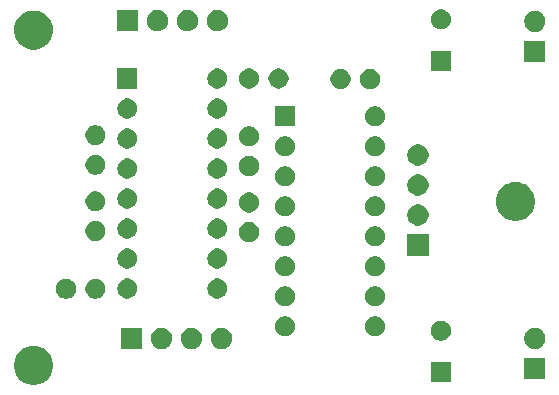
<source format=gbr>
G04 #@! TF.GenerationSoftware,KiCad,Pcbnew,(5.1.5)-3*
G04 #@! TF.CreationDate,2020-05-24T13:05:40-07:00*
G04 #@! TF.ProjectId,DAgostinoZach_L6,4441676f-7374-4696-9e6f-5a6163685f4c,rev?*
G04 #@! TF.SameCoordinates,Original*
G04 #@! TF.FileFunction,Soldermask,Bot*
G04 #@! TF.FilePolarity,Negative*
%FSLAX46Y46*%
G04 Gerber Fmt 4.6, Leading zero omitted, Abs format (unit mm)*
G04 Created by KiCad (PCBNEW (5.1.5)-3) date 2020-05-24 13:05:40*
%MOMM*%
%LPD*%
G04 APERTURE LIST*
%ADD10C,0.100000*%
G04 APERTURE END LIST*
D10*
G36*
X100525256Y-77141298D02*
G01*
X100631579Y-77162447D01*
X100932042Y-77286903D01*
X101202451Y-77467585D01*
X101432415Y-77697549D01*
X101613097Y-77967958D01*
X101737553Y-78268421D01*
X101801000Y-78587391D01*
X101801000Y-78912609D01*
X101737553Y-79231579D01*
X101613097Y-79532042D01*
X101432415Y-79802451D01*
X101202451Y-80032415D01*
X100932042Y-80213097D01*
X100631579Y-80337553D01*
X100525256Y-80358702D01*
X100312611Y-80401000D01*
X99987389Y-80401000D01*
X99774744Y-80358702D01*
X99668421Y-80337553D01*
X99367958Y-80213097D01*
X99097549Y-80032415D01*
X98867585Y-79802451D01*
X98686903Y-79532042D01*
X98562447Y-79231579D01*
X98499000Y-78912609D01*
X98499000Y-78587391D01*
X98562447Y-78268421D01*
X98686903Y-77967958D01*
X98867585Y-77697549D01*
X99097549Y-77467585D01*
X99367958Y-77286903D01*
X99668421Y-77162447D01*
X99774744Y-77141298D01*
X99987389Y-77099000D01*
X100312611Y-77099000D01*
X100525256Y-77141298D01*
G37*
G36*
X135501000Y-80151000D02*
G01*
X133799000Y-80151000D01*
X133799000Y-78449000D01*
X135501000Y-78449000D01*
X135501000Y-80151000D01*
G37*
G36*
X143501000Y-79901000D02*
G01*
X141699000Y-79901000D01*
X141699000Y-78099000D01*
X143501000Y-78099000D01*
X143501000Y-79901000D01*
G37*
G36*
X142713512Y-75563927D02*
G01*
X142862812Y-75593624D01*
X143026784Y-75661544D01*
X143174354Y-75760147D01*
X143299853Y-75885646D01*
X143398456Y-76033216D01*
X143466376Y-76197188D01*
X143501000Y-76371259D01*
X143501000Y-76548741D01*
X143466376Y-76722812D01*
X143398456Y-76886784D01*
X143299853Y-77034354D01*
X143174354Y-77159853D01*
X143026784Y-77258456D01*
X142862812Y-77326376D01*
X142713512Y-77356073D01*
X142688742Y-77361000D01*
X142511258Y-77361000D01*
X142486488Y-77356073D01*
X142337188Y-77326376D01*
X142173216Y-77258456D01*
X142025646Y-77159853D01*
X141900147Y-77034354D01*
X141801544Y-76886784D01*
X141733624Y-76722812D01*
X141699000Y-76548741D01*
X141699000Y-76371259D01*
X141733624Y-76197188D01*
X141801544Y-76033216D01*
X141900147Y-75885646D01*
X142025646Y-75760147D01*
X142173216Y-75661544D01*
X142337188Y-75593624D01*
X142486488Y-75563927D01*
X142511258Y-75559000D01*
X142688742Y-75559000D01*
X142713512Y-75563927D01*
G37*
G36*
X113643512Y-75553927D02*
G01*
X113792812Y-75583624D01*
X113956784Y-75651544D01*
X114104354Y-75750147D01*
X114229853Y-75875646D01*
X114328456Y-76023216D01*
X114396376Y-76187188D01*
X114426073Y-76336488D01*
X114431000Y-76361258D01*
X114431000Y-76538742D01*
X114426073Y-76563512D01*
X114396376Y-76712812D01*
X114328456Y-76876784D01*
X114229853Y-77024354D01*
X114104354Y-77149853D01*
X113956784Y-77248456D01*
X113792812Y-77316376D01*
X113643512Y-77346073D01*
X113618742Y-77351000D01*
X113441258Y-77351000D01*
X113416488Y-77346073D01*
X113267188Y-77316376D01*
X113103216Y-77248456D01*
X112955646Y-77149853D01*
X112830147Y-77024354D01*
X112731544Y-76876784D01*
X112663624Y-76712812D01*
X112633927Y-76563512D01*
X112629000Y-76538742D01*
X112629000Y-76361258D01*
X112633927Y-76336488D01*
X112663624Y-76187188D01*
X112731544Y-76023216D01*
X112830147Y-75875646D01*
X112955646Y-75750147D01*
X113103216Y-75651544D01*
X113267188Y-75583624D01*
X113416488Y-75553927D01*
X113441258Y-75549000D01*
X113618742Y-75549000D01*
X113643512Y-75553927D01*
G37*
G36*
X116183512Y-75553927D02*
G01*
X116332812Y-75583624D01*
X116496784Y-75651544D01*
X116644354Y-75750147D01*
X116769853Y-75875646D01*
X116868456Y-76023216D01*
X116936376Y-76187188D01*
X116966073Y-76336488D01*
X116971000Y-76361258D01*
X116971000Y-76538742D01*
X116966073Y-76563512D01*
X116936376Y-76712812D01*
X116868456Y-76876784D01*
X116769853Y-77024354D01*
X116644354Y-77149853D01*
X116496784Y-77248456D01*
X116332812Y-77316376D01*
X116183512Y-77346073D01*
X116158742Y-77351000D01*
X115981258Y-77351000D01*
X115956488Y-77346073D01*
X115807188Y-77316376D01*
X115643216Y-77248456D01*
X115495646Y-77149853D01*
X115370147Y-77024354D01*
X115271544Y-76876784D01*
X115203624Y-76712812D01*
X115173927Y-76563512D01*
X115169000Y-76538742D01*
X115169000Y-76361258D01*
X115173927Y-76336488D01*
X115203624Y-76187188D01*
X115271544Y-76023216D01*
X115370147Y-75875646D01*
X115495646Y-75750147D01*
X115643216Y-75651544D01*
X115807188Y-75583624D01*
X115956488Y-75553927D01*
X115981258Y-75549000D01*
X116158742Y-75549000D01*
X116183512Y-75553927D01*
G37*
G36*
X111103512Y-75553927D02*
G01*
X111252812Y-75583624D01*
X111416784Y-75651544D01*
X111564354Y-75750147D01*
X111689853Y-75875646D01*
X111788456Y-76023216D01*
X111856376Y-76187188D01*
X111886073Y-76336488D01*
X111891000Y-76361258D01*
X111891000Y-76538742D01*
X111886073Y-76563512D01*
X111856376Y-76712812D01*
X111788456Y-76876784D01*
X111689853Y-77024354D01*
X111564354Y-77149853D01*
X111416784Y-77248456D01*
X111252812Y-77316376D01*
X111103512Y-77346073D01*
X111078742Y-77351000D01*
X110901258Y-77351000D01*
X110876488Y-77346073D01*
X110727188Y-77316376D01*
X110563216Y-77248456D01*
X110415646Y-77149853D01*
X110290147Y-77024354D01*
X110191544Y-76876784D01*
X110123624Y-76712812D01*
X110093927Y-76563512D01*
X110089000Y-76538742D01*
X110089000Y-76361258D01*
X110093927Y-76336488D01*
X110123624Y-76187188D01*
X110191544Y-76023216D01*
X110290147Y-75875646D01*
X110415646Y-75750147D01*
X110563216Y-75651544D01*
X110727188Y-75583624D01*
X110876488Y-75553927D01*
X110901258Y-75549000D01*
X111078742Y-75549000D01*
X111103512Y-75553927D01*
G37*
G36*
X109351000Y-77351000D02*
G01*
X107549000Y-77351000D01*
X107549000Y-75549000D01*
X109351000Y-75549000D01*
X109351000Y-77351000D01*
G37*
G36*
X134898228Y-74981703D02*
G01*
X135053100Y-75045853D01*
X135192481Y-75138985D01*
X135311015Y-75257519D01*
X135404147Y-75396900D01*
X135468297Y-75551772D01*
X135501000Y-75716184D01*
X135501000Y-75883816D01*
X135468297Y-76048228D01*
X135404147Y-76203100D01*
X135311015Y-76342481D01*
X135192481Y-76461015D01*
X135053100Y-76554147D01*
X134898228Y-76618297D01*
X134733816Y-76651000D01*
X134566184Y-76651000D01*
X134401772Y-76618297D01*
X134246900Y-76554147D01*
X134107519Y-76461015D01*
X133988985Y-76342481D01*
X133895853Y-76203100D01*
X133831703Y-76048228D01*
X133799000Y-75883816D01*
X133799000Y-75716184D01*
X133831703Y-75551772D01*
X133895853Y-75396900D01*
X133988985Y-75257519D01*
X134107519Y-75138985D01*
X134246900Y-75045853D01*
X134401772Y-74981703D01*
X134566184Y-74949000D01*
X134733816Y-74949000D01*
X134898228Y-74981703D01*
G37*
G36*
X121698228Y-74611703D02*
G01*
X121853100Y-74675853D01*
X121992481Y-74768985D01*
X122111015Y-74887519D01*
X122204147Y-75026900D01*
X122268297Y-75181772D01*
X122301000Y-75346184D01*
X122301000Y-75513816D01*
X122268297Y-75678228D01*
X122204147Y-75833100D01*
X122111015Y-75972481D01*
X121992481Y-76091015D01*
X121853100Y-76184147D01*
X121698228Y-76248297D01*
X121533816Y-76281000D01*
X121366184Y-76281000D01*
X121201772Y-76248297D01*
X121046900Y-76184147D01*
X120907519Y-76091015D01*
X120788985Y-75972481D01*
X120695853Y-75833100D01*
X120631703Y-75678228D01*
X120599000Y-75513816D01*
X120599000Y-75346184D01*
X120631703Y-75181772D01*
X120695853Y-75026900D01*
X120788985Y-74887519D01*
X120907519Y-74768985D01*
X121046900Y-74675853D01*
X121201772Y-74611703D01*
X121366184Y-74579000D01*
X121533816Y-74579000D01*
X121698228Y-74611703D01*
G37*
G36*
X129318228Y-74611703D02*
G01*
X129473100Y-74675853D01*
X129612481Y-74768985D01*
X129731015Y-74887519D01*
X129824147Y-75026900D01*
X129888297Y-75181772D01*
X129921000Y-75346184D01*
X129921000Y-75513816D01*
X129888297Y-75678228D01*
X129824147Y-75833100D01*
X129731015Y-75972481D01*
X129612481Y-76091015D01*
X129473100Y-76184147D01*
X129318228Y-76248297D01*
X129153816Y-76281000D01*
X128986184Y-76281000D01*
X128821772Y-76248297D01*
X128666900Y-76184147D01*
X128527519Y-76091015D01*
X128408985Y-75972481D01*
X128315853Y-75833100D01*
X128251703Y-75678228D01*
X128219000Y-75513816D01*
X128219000Y-75346184D01*
X128251703Y-75181772D01*
X128315853Y-75026900D01*
X128408985Y-74887519D01*
X128527519Y-74768985D01*
X128666900Y-74675853D01*
X128821772Y-74611703D01*
X128986184Y-74579000D01*
X129153816Y-74579000D01*
X129318228Y-74611703D01*
G37*
G36*
X129318228Y-72071703D02*
G01*
X129473100Y-72135853D01*
X129612481Y-72228985D01*
X129731015Y-72347519D01*
X129824147Y-72486900D01*
X129888297Y-72641772D01*
X129921000Y-72806184D01*
X129921000Y-72973816D01*
X129888297Y-73138228D01*
X129824147Y-73293100D01*
X129731015Y-73432481D01*
X129612481Y-73551015D01*
X129473100Y-73644147D01*
X129318228Y-73708297D01*
X129153816Y-73741000D01*
X128986184Y-73741000D01*
X128821772Y-73708297D01*
X128666900Y-73644147D01*
X128527519Y-73551015D01*
X128408985Y-73432481D01*
X128315853Y-73293100D01*
X128251703Y-73138228D01*
X128219000Y-72973816D01*
X128219000Y-72806184D01*
X128251703Y-72641772D01*
X128315853Y-72486900D01*
X128408985Y-72347519D01*
X128527519Y-72228985D01*
X128666900Y-72135853D01*
X128821772Y-72071703D01*
X128986184Y-72039000D01*
X129153816Y-72039000D01*
X129318228Y-72071703D01*
G37*
G36*
X121698228Y-72071703D02*
G01*
X121853100Y-72135853D01*
X121992481Y-72228985D01*
X122111015Y-72347519D01*
X122204147Y-72486900D01*
X122268297Y-72641772D01*
X122301000Y-72806184D01*
X122301000Y-72973816D01*
X122268297Y-73138228D01*
X122204147Y-73293100D01*
X122111015Y-73432481D01*
X121992481Y-73551015D01*
X121853100Y-73644147D01*
X121698228Y-73708297D01*
X121533816Y-73741000D01*
X121366184Y-73741000D01*
X121201772Y-73708297D01*
X121046900Y-73644147D01*
X120907519Y-73551015D01*
X120788985Y-73432481D01*
X120695853Y-73293100D01*
X120631703Y-73138228D01*
X120599000Y-72973816D01*
X120599000Y-72806184D01*
X120631703Y-72641772D01*
X120695853Y-72486900D01*
X120788985Y-72347519D01*
X120907519Y-72228985D01*
X121046900Y-72135853D01*
X121201772Y-72071703D01*
X121366184Y-72039000D01*
X121533816Y-72039000D01*
X121698228Y-72071703D01*
G37*
G36*
X103148228Y-71431703D02*
G01*
X103303100Y-71495853D01*
X103442481Y-71588985D01*
X103561015Y-71707519D01*
X103654147Y-71846900D01*
X103718297Y-72001772D01*
X103751000Y-72166184D01*
X103751000Y-72333816D01*
X103718297Y-72498228D01*
X103654147Y-72653100D01*
X103561015Y-72792481D01*
X103442481Y-72911015D01*
X103303100Y-73004147D01*
X103148228Y-73068297D01*
X102983816Y-73101000D01*
X102816184Y-73101000D01*
X102651772Y-73068297D01*
X102496900Y-73004147D01*
X102357519Y-72911015D01*
X102238985Y-72792481D01*
X102145853Y-72653100D01*
X102081703Y-72498228D01*
X102049000Y-72333816D01*
X102049000Y-72166184D01*
X102081703Y-72001772D01*
X102145853Y-71846900D01*
X102238985Y-71707519D01*
X102357519Y-71588985D01*
X102496900Y-71495853D01*
X102651772Y-71431703D01*
X102816184Y-71399000D01*
X102983816Y-71399000D01*
X103148228Y-71431703D01*
G37*
G36*
X105648228Y-71431703D02*
G01*
X105803100Y-71495853D01*
X105942481Y-71588985D01*
X106061015Y-71707519D01*
X106154147Y-71846900D01*
X106218297Y-72001772D01*
X106251000Y-72166184D01*
X106251000Y-72333816D01*
X106218297Y-72498228D01*
X106154147Y-72653100D01*
X106061015Y-72792481D01*
X105942481Y-72911015D01*
X105803100Y-73004147D01*
X105648228Y-73068297D01*
X105483816Y-73101000D01*
X105316184Y-73101000D01*
X105151772Y-73068297D01*
X104996900Y-73004147D01*
X104857519Y-72911015D01*
X104738985Y-72792481D01*
X104645853Y-72653100D01*
X104581703Y-72498228D01*
X104549000Y-72333816D01*
X104549000Y-72166184D01*
X104581703Y-72001772D01*
X104645853Y-71846900D01*
X104738985Y-71707519D01*
X104857519Y-71588985D01*
X104996900Y-71495853D01*
X105151772Y-71431703D01*
X105316184Y-71399000D01*
X105483816Y-71399000D01*
X105648228Y-71431703D01*
G37*
G36*
X115968228Y-71411703D02*
G01*
X116123100Y-71475853D01*
X116262481Y-71568985D01*
X116381015Y-71687519D01*
X116474147Y-71826900D01*
X116538297Y-71981772D01*
X116571000Y-72146184D01*
X116571000Y-72313816D01*
X116538297Y-72478228D01*
X116474147Y-72633100D01*
X116381015Y-72772481D01*
X116262481Y-72891015D01*
X116123100Y-72984147D01*
X115968228Y-73048297D01*
X115803816Y-73081000D01*
X115636184Y-73081000D01*
X115471772Y-73048297D01*
X115316900Y-72984147D01*
X115177519Y-72891015D01*
X115058985Y-72772481D01*
X114965853Y-72633100D01*
X114901703Y-72478228D01*
X114869000Y-72313816D01*
X114869000Y-72146184D01*
X114901703Y-71981772D01*
X114965853Y-71826900D01*
X115058985Y-71687519D01*
X115177519Y-71568985D01*
X115316900Y-71475853D01*
X115471772Y-71411703D01*
X115636184Y-71379000D01*
X115803816Y-71379000D01*
X115968228Y-71411703D01*
G37*
G36*
X108348228Y-71411703D02*
G01*
X108503100Y-71475853D01*
X108642481Y-71568985D01*
X108761015Y-71687519D01*
X108854147Y-71826900D01*
X108918297Y-71981772D01*
X108951000Y-72146184D01*
X108951000Y-72313816D01*
X108918297Y-72478228D01*
X108854147Y-72633100D01*
X108761015Y-72772481D01*
X108642481Y-72891015D01*
X108503100Y-72984147D01*
X108348228Y-73048297D01*
X108183816Y-73081000D01*
X108016184Y-73081000D01*
X107851772Y-73048297D01*
X107696900Y-72984147D01*
X107557519Y-72891015D01*
X107438985Y-72772481D01*
X107345853Y-72633100D01*
X107281703Y-72478228D01*
X107249000Y-72313816D01*
X107249000Y-72146184D01*
X107281703Y-71981772D01*
X107345853Y-71826900D01*
X107438985Y-71687519D01*
X107557519Y-71568985D01*
X107696900Y-71475853D01*
X107851772Y-71411703D01*
X108016184Y-71379000D01*
X108183816Y-71379000D01*
X108348228Y-71411703D01*
G37*
G36*
X121698228Y-69531703D02*
G01*
X121853100Y-69595853D01*
X121992481Y-69688985D01*
X122111015Y-69807519D01*
X122204147Y-69946900D01*
X122268297Y-70101772D01*
X122301000Y-70266184D01*
X122301000Y-70433816D01*
X122268297Y-70598228D01*
X122204147Y-70753100D01*
X122111015Y-70892481D01*
X121992481Y-71011015D01*
X121853100Y-71104147D01*
X121698228Y-71168297D01*
X121533816Y-71201000D01*
X121366184Y-71201000D01*
X121201772Y-71168297D01*
X121046900Y-71104147D01*
X120907519Y-71011015D01*
X120788985Y-70892481D01*
X120695853Y-70753100D01*
X120631703Y-70598228D01*
X120599000Y-70433816D01*
X120599000Y-70266184D01*
X120631703Y-70101772D01*
X120695853Y-69946900D01*
X120788985Y-69807519D01*
X120907519Y-69688985D01*
X121046900Y-69595853D01*
X121201772Y-69531703D01*
X121366184Y-69499000D01*
X121533816Y-69499000D01*
X121698228Y-69531703D01*
G37*
G36*
X129318228Y-69531703D02*
G01*
X129473100Y-69595853D01*
X129612481Y-69688985D01*
X129731015Y-69807519D01*
X129824147Y-69946900D01*
X129888297Y-70101772D01*
X129921000Y-70266184D01*
X129921000Y-70433816D01*
X129888297Y-70598228D01*
X129824147Y-70753100D01*
X129731015Y-70892481D01*
X129612481Y-71011015D01*
X129473100Y-71104147D01*
X129318228Y-71168297D01*
X129153816Y-71201000D01*
X128986184Y-71201000D01*
X128821772Y-71168297D01*
X128666900Y-71104147D01*
X128527519Y-71011015D01*
X128408985Y-70892481D01*
X128315853Y-70753100D01*
X128251703Y-70598228D01*
X128219000Y-70433816D01*
X128219000Y-70266184D01*
X128251703Y-70101772D01*
X128315853Y-69946900D01*
X128408985Y-69807519D01*
X128527519Y-69688985D01*
X128666900Y-69595853D01*
X128821772Y-69531703D01*
X128986184Y-69499000D01*
X129153816Y-69499000D01*
X129318228Y-69531703D01*
G37*
G36*
X115968228Y-68871703D02*
G01*
X116123100Y-68935853D01*
X116262481Y-69028985D01*
X116381015Y-69147519D01*
X116474147Y-69286900D01*
X116538297Y-69441772D01*
X116571000Y-69606184D01*
X116571000Y-69773816D01*
X116538297Y-69938228D01*
X116474147Y-70093100D01*
X116381015Y-70232481D01*
X116262481Y-70351015D01*
X116123100Y-70444147D01*
X115968228Y-70508297D01*
X115803816Y-70541000D01*
X115636184Y-70541000D01*
X115471772Y-70508297D01*
X115316900Y-70444147D01*
X115177519Y-70351015D01*
X115058985Y-70232481D01*
X114965853Y-70093100D01*
X114901703Y-69938228D01*
X114869000Y-69773816D01*
X114869000Y-69606184D01*
X114901703Y-69441772D01*
X114965853Y-69286900D01*
X115058985Y-69147519D01*
X115177519Y-69028985D01*
X115316900Y-68935853D01*
X115471772Y-68871703D01*
X115636184Y-68839000D01*
X115803816Y-68839000D01*
X115968228Y-68871703D01*
G37*
G36*
X108348228Y-68871703D02*
G01*
X108503100Y-68935853D01*
X108642481Y-69028985D01*
X108761015Y-69147519D01*
X108854147Y-69286900D01*
X108918297Y-69441772D01*
X108951000Y-69606184D01*
X108951000Y-69773816D01*
X108918297Y-69938228D01*
X108854147Y-70093100D01*
X108761015Y-70232481D01*
X108642481Y-70351015D01*
X108503100Y-70444147D01*
X108348228Y-70508297D01*
X108183816Y-70541000D01*
X108016184Y-70541000D01*
X107851772Y-70508297D01*
X107696900Y-70444147D01*
X107557519Y-70351015D01*
X107438985Y-70232481D01*
X107345853Y-70093100D01*
X107281703Y-69938228D01*
X107249000Y-69773816D01*
X107249000Y-69606184D01*
X107281703Y-69441772D01*
X107345853Y-69286900D01*
X107438985Y-69147519D01*
X107557519Y-69028985D01*
X107696900Y-68935853D01*
X107851772Y-68871703D01*
X108016184Y-68839000D01*
X108183816Y-68839000D01*
X108348228Y-68871703D01*
G37*
G36*
X133601000Y-69451000D02*
G01*
X131799000Y-69451000D01*
X131799000Y-67649000D01*
X133601000Y-67649000D01*
X133601000Y-69451000D01*
G37*
G36*
X129318228Y-66991703D02*
G01*
X129473100Y-67055853D01*
X129612481Y-67148985D01*
X129731015Y-67267519D01*
X129824147Y-67406900D01*
X129888297Y-67561772D01*
X129921000Y-67726184D01*
X129921000Y-67893816D01*
X129888297Y-68058228D01*
X129824147Y-68213100D01*
X129731015Y-68352481D01*
X129612481Y-68471015D01*
X129473100Y-68564147D01*
X129318228Y-68628297D01*
X129153816Y-68661000D01*
X128986184Y-68661000D01*
X128821772Y-68628297D01*
X128666900Y-68564147D01*
X128527519Y-68471015D01*
X128408985Y-68352481D01*
X128315853Y-68213100D01*
X128251703Y-68058228D01*
X128219000Y-67893816D01*
X128219000Y-67726184D01*
X128251703Y-67561772D01*
X128315853Y-67406900D01*
X128408985Y-67267519D01*
X128527519Y-67148985D01*
X128666900Y-67055853D01*
X128821772Y-66991703D01*
X128986184Y-66959000D01*
X129153816Y-66959000D01*
X129318228Y-66991703D01*
G37*
G36*
X121698228Y-66991703D02*
G01*
X121853100Y-67055853D01*
X121992481Y-67148985D01*
X122111015Y-67267519D01*
X122204147Y-67406900D01*
X122268297Y-67561772D01*
X122301000Y-67726184D01*
X122301000Y-67893816D01*
X122268297Y-68058228D01*
X122204147Y-68213100D01*
X122111015Y-68352481D01*
X121992481Y-68471015D01*
X121853100Y-68564147D01*
X121698228Y-68628297D01*
X121533816Y-68661000D01*
X121366184Y-68661000D01*
X121201772Y-68628297D01*
X121046900Y-68564147D01*
X120907519Y-68471015D01*
X120788985Y-68352481D01*
X120695853Y-68213100D01*
X120631703Y-68058228D01*
X120599000Y-67893816D01*
X120599000Y-67726184D01*
X120631703Y-67561772D01*
X120695853Y-67406900D01*
X120788985Y-67267519D01*
X120907519Y-67148985D01*
X121046900Y-67055853D01*
X121201772Y-66991703D01*
X121366184Y-66959000D01*
X121533816Y-66959000D01*
X121698228Y-66991703D01*
G37*
G36*
X118648228Y-66631703D02*
G01*
X118803100Y-66695853D01*
X118942481Y-66788985D01*
X119061015Y-66907519D01*
X119154147Y-67046900D01*
X119218297Y-67201772D01*
X119251000Y-67366184D01*
X119251000Y-67533816D01*
X119218297Y-67698228D01*
X119154147Y-67853100D01*
X119061015Y-67992481D01*
X118942481Y-68111015D01*
X118803100Y-68204147D01*
X118648228Y-68268297D01*
X118483816Y-68301000D01*
X118316184Y-68301000D01*
X118151772Y-68268297D01*
X117996900Y-68204147D01*
X117857519Y-68111015D01*
X117738985Y-67992481D01*
X117645853Y-67853100D01*
X117581703Y-67698228D01*
X117549000Y-67533816D01*
X117549000Y-67366184D01*
X117581703Y-67201772D01*
X117645853Y-67046900D01*
X117738985Y-66907519D01*
X117857519Y-66788985D01*
X117996900Y-66695853D01*
X118151772Y-66631703D01*
X118316184Y-66599000D01*
X118483816Y-66599000D01*
X118648228Y-66631703D01*
G37*
G36*
X105648228Y-66531703D02*
G01*
X105803100Y-66595853D01*
X105942481Y-66688985D01*
X106061015Y-66807519D01*
X106154147Y-66946900D01*
X106218297Y-67101772D01*
X106251000Y-67266184D01*
X106251000Y-67433816D01*
X106218297Y-67598228D01*
X106154147Y-67753100D01*
X106061015Y-67892481D01*
X105942481Y-68011015D01*
X105803100Y-68104147D01*
X105648228Y-68168297D01*
X105483816Y-68201000D01*
X105316184Y-68201000D01*
X105151772Y-68168297D01*
X104996900Y-68104147D01*
X104857519Y-68011015D01*
X104738985Y-67892481D01*
X104645853Y-67753100D01*
X104581703Y-67598228D01*
X104549000Y-67433816D01*
X104549000Y-67266184D01*
X104581703Y-67101772D01*
X104645853Y-66946900D01*
X104738985Y-66807519D01*
X104857519Y-66688985D01*
X104996900Y-66595853D01*
X105151772Y-66531703D01*
X105316184Y-66499000D01*
X105483816Y-66499000D01*
X105648228Y-66531703D01*
G37*
G36*
X115968228Y-66331703D02*
G01*
X116123100Y-66395853D01*
X116262481Y-66488985D01*
X116381015Y-66607519D01*
X116474147Y-66746900D01*
X116538297Y-66901772D01*
X116571000Y-67066184D01*
X116571000Y-67233816D01*
X116538297Y-67398228D01*
X116474147Y-67553100D01*
X116381015Y-67692481D01*
X116262481Y-67811015D01*
X116123100Y-67904147D01*
X115968228Y-67968297D01*
X115803816Y-68001000D01*
X115636184Y-68001000D01*
X115471772Y-67968297D01*
X115316900Y-67904147D01*
X115177519Y-67811015D01*
X115058985Y-67692481D01*
X114965853Y-67553100D01*
X114901703Y-67398228D01*
X114869000Y-67233816D01*
X114869000Y-67066184D01*
X114901703Y-66901772D01*
X114965853Y-66746900D01*
X115058985Y-66607519D01*
X115177519Y-66488985D01*
X115316900Y-66395853D01*
X115471772Y-66331703D01*
X115636184Y-66299000D01*
X115803816Y-66299000D01*
X115968228Y-66331703D01*
G37*
G36*
X108348228Y-66331703D02*
G01*
X108503100Y-66395853D01*
X108642481Y-66488985D01*
X108761015Y-66607519D01*
X108854147Y-66746900D01*
X108918297Y-66901772D01*
X108951000Y-67066184D01*
X108951000Y-67233816D01*
X108918297Y-67398228D01*
X108854147Y-67553100D01*
X108761015Y-67692481D01*
X108642481Y-67811015D01*
X108503100Y-67904147D01*
X108348228Y-67968297D01*
X108183816Y-68001000D01*
X108016184Y-68001000D01*
X107851772Y-67968297D01*
X107696900Y-67904147D01*
X107557519Y-67811015D01*
X107438985Y-67692481D01*
X107345853Y-67553100D01*
X107281703Y-67398228D01*
X107249000Y-67233816D01*
X107249000Y-67066184D01*
X107281703Y-66901772D01*
X107345853Y-66746900D01*
X107438985Y-66607519D01*
X107557519Y-66488985D01*
X107696900Y-66395853D01*
X107851772Y-66331703D01*
X108016184Y-66299000D01*
X108183816Y-66299000D01*
X108348228Y-66331703D01*
G37*
G36*
X132813512Y-65113927D02*
G01*
X132962812Y-65143624D01*
X133126784Y-65211544D01*
X133274354Y-65310147D01*
X133399853Y-65435646D01*
X133498456Y-65583216D01*
X133566376Y-65747188D01*
X133601000Y-65921259D01*
X133601000Y-66098741D01*
X133566376Y-66272812D01*
X133498456Y-66436784D01*
X133399853Y-66584354D01*
X133274354Y-66709853D01*
X133126784Y-66808456D01*
X132962812Y-66876376D01*
X132835139Y-66901771D01*
X132788742Y-66911000D01*
X132611258Y-66911000D01*
X132564861Y-66901771D01*
X132437188Y-66876376D01*
X132273216Y-66808456D01*
X132125646Y-66709853D01*
X132000147Y-66584354D01*
X131901544Y-66436784D01*
X131833624Y-66272812D01*
X131799000Y-66098741D01*
X131799000Y-65921259D01*
X131833624Y-65747188D01*
X131901544Y-65583216D01*
X132000147Y-65435646D01*
X132125646Y-65310147D01*
X132273216Y-65211544D01*
X132437188Y-65143624D01*
X132586488Y-65113927D01*
X132611258Y-65109000D01*
X132788742Y-65109000D01*
X132813512Y-65113927D01*
G37*
G36*
X141325256Y-63241298D02*
G01*
X141431579Y-63262447D01*
X141644037Y-63350450D01*
X141718417Y-63381259D01*
X141732042Y-63386903D01*
X142002451Y-63567585D01*
X142232415Y-63797549D01*
X142413097Y-64067958D01*
X142534799Y-64361772D01*
X142537553Y-64368422D01*
X142601000Y-64687389D01*
X142601000Y-65012611D01*
X142583969Y-65098229D01*
X142537553Y-65331579D01*
X142413097Y-65632042D01*
X142232415Y-65902451D01*
X142002451Y-66132415D01*
X141732042Y-66313097D01*
X141732041Y-66313098D01*
X141732040Y-66313098D01*
X141644037Y-66349550D01*
X141431579Y-66437553D01*
X141325256Y-66458702D01*
X141112611Y-66501000D01*
X140787389Y-66501000D01*
X140574744Y-66458702D01*
X140468421Y-66437553D01*
X140255963Y-66349550D01*
X140167960Y-66313098D01*
X140167959Y-66313098D01*
X140167958Y-66313097D01*
X139897549Y-66132415D01*
X139667585Y-65902451D01*
X139486903Y-65632042D01*
X139362447Y-65331579D01*
X139316031Y-65098229D01*
X139299000Y-65012611D01*
X139299000Y-64687389D01*
X139362447Y-64368422D01*
X139365202Y-64361772D01*
X139486903Y-64067958D01*
X139667585Y-63797549D01*
X139897549Y-63567585D01*
X140167958Y-63386903D01*
X140181584Y-63381259D01*
X140255963Y-63350450D01*
X140468421Y-63262447D01*
X140574744Y-63241298D01*
X140787389Y-63199000D01*
X141112611Y-63199000D01*
X141325256Y-63241298D01*
G37*
G36*
X129318228Y-64451703D02*
G01*
X129473100Y-64515853D01*
X129612481Y-64608985D01*
X129731015Y-64727519D01*
X129824147Y-64866900D01*
X129888297Y-65021772D01*
X129921000Y-65186184D01*
X129921000Y-65353816D01*
X129888297Y-65518228D01*
X129824147Y-65673100D01*
X129731015Y-65812481D01*
X129612481Y-65931015D01*
X129473100Y-66024147D01*
X129318228Y-66088297D01*
X129153816Y-66121000D01*
X128986184Y-66121000D01*
X128821772Y-66088297D01*
X128666900Y-66024147D01*
X128527519Y-65931015D01*
X128408985Y-65812481D01*
X128315853Y-65673100D01*
X128251703Y-65518228D01*
X128219000Y-65353816D01*
X128219000Y-65186184D01*
X128251703Y-65021772D01*
X128315853Y-64866900D01*
X128408985Y-64727519D01*
X128527519Y-64608985D01*
X128666900Y-64515853D01*
X128821772Y-64451703D01*
X128986184Y-64419000D01*
X129153816Y-64419000D01*
X129318228Y-64451703D01*
G37*
G36*
X121698228Y-64451703D02*
G01*
X121853100Y-64515853D01*
X121992481Y-64608985D01*
X122111015Y-64727519D01*
X122204147Y-64866900D01*
X122268297Y-65021772D01*
X122301000Y-65186184D01*
X122301000Y-65353816D01*
X122268297Y-65518228D01*
X122204147Y-65673100D01*
X122111015Y-65812481D01*
X121992481Y-65931015D01*
X121853100Y-66024147D01*
X121698228Y-66088297D01*
X121533816Y-66121000D01*
X121366184Y-66121000D01*
X121201772Y-66088297D01*
X121046900Y-66024147D01*
X120907519Y-65931015D01*
X120788985Y-65812481D01*
X120695853Y-65673100D01*
X120631703Y-65518228D01*
X120599000Y-65353816D01*
X120599000Y-65186184D01*
X120631703Y-65021772D01*
X120695853Y-64866900D01*
X120788985Y-64727519D01*
X120907519Y-64608985D01*
X121046900Y-64515853D01*
X121201772Y-64451703D01*
X121366184Y-64419000D01*
X121533816Y-64419000D01*
X121698228Y-64451703D01*
G37*
G36*
X118648228Y-64131703D02*
G01*
X118803100Y-64195853D01*
X118942481Y-64288985D01*
X119061015Y-64407519D01*
X119154147Y-64546900D01*
X119218297Y-64701772D01*
X119251000Y-64866184D01*
X119251000Y-65033816D01*
X119218297Y-65198228D01*
X119154147Y-65353100D01*
X119061015Y-65492481D01*
X118942481Y-65611015D01*
X118803100Y-65704147D01*
X118648228Y-65768297D01*
X118483816Y-65801000D01*
X118316184Y-65801000D01*
X118151772Y-65768297D01*
X117996900Y-65704147D01*
X117857519Y-65611015D01*
X117738985Y-65492481D01*
X117645853Y-65353100D01*
X117581703Y-65198228D01*
X117549000Y-65033816D01*
X117549000Y-64866184D01*
X117581703Y-64701772D01*
X117645853Y-64546900D01*
X117738985Y-64407519D01*
X117857519Y-64288985D01*
X117996900Y-64195853D01*
X118151772Y-64131703D01*
X118316184Y-64099000D01*
X118483816Y-64099000D01*
X118648228Y-64131703D01*
G37*
G36*
X105648228Y-64031703D02*
G01*
X105803100Y-64095853D01*
X105942481Y-64188985D01*
X106061015Y-64307519D01*
X106154147Y-64446900D01*
X106218297Y-64601772D01*
X106251000Y-64766184D01*
X106251000Y-64933816D01*
X106218297Y-65098228D01*
X106154147Y-65253100D01*
X106061015Y-65392481D01*
X105942481Y-65511015D01*
X105803100Y-65604147D01*
X105648228Y-65668297D01*
X105483816Y-65701000D01*
X105316184Y-65701000D01*
X105151772Y-65668297D01*
X104996900Y-65604147D01*
X104857519Y-65511015D01*
X104738985Y-65392481D01*
X104645853Y-65253100D01*
X104581703Y-65098228D01*
X104549000Y-64933816D01*
X104549000Y-64766184D01*
X104581703Y-64601772D01*
X104645853Y-64446900D01*
X104738985Y-64307519D01*
X104857519Y-64188985D01*
X104996900Y-64095853D01*
X105151772Y-64031703D01*
X105316184Y-63999000D01*
X105483816Y-63999000D01*
X105648228Y-64031703D01*
G37*
G36*
X108348228Y-63791703D02*
G01*
X108503100Y-63855853D01*
X108642481Y-63948985D01*
X108761015Y-64067519D01*
X108854147Y-64206900D01*
X108918297Y-64361772D01*
X108951000Y-64526184D01*
X108951000Y-64693816D01*
X108918297Y-64858228D01*
X108854147Y-65013100D01*
X108761015Y-65152481D01*
X108642481Y-65271015D01*
X108503100Y-65364147D01*
X108348228Y-65428297D01*
X108183816Y-65461000D01*
X108016184Y-65461000D01*
X107851772Y-65428297D01*
X107696900Y-65364147D01*
X107557519Y-65271015D01*
X107438985Y-65152481D01*
X107345853Y-65013100D01*
X107281703Y-64858228D01*
X107249000Y-64693816D01*
X107249000Y-64526184D01*
X107281703Y-64361772D01*
X107345853Y-64206900D01*
X107438985Y-64067519D01*
X107557519Y-63948985D01*
X107696900Y-63855853D01*
X107851772Y-63791703D01*
X108016184Y-63759000D01*
X108183816Y-63759000D01*
X108348228Y-63791703D01*
G37*
G36*
X115968228Y-63791703D02*
G01*
X116123100Y-63855853D01*
X116262481Y-63948985D01*
X116381015Y-64067519D01*
X116474147Y-64206900D01*
X116538297Y-64361772D01*
X116571000Y-64526184D01*
X116571000Y-64693816D01*
X116538297Y-64858228D01*
X116474147Y-65013100D01*
X116381015Y-65152481D01*
X116262481Y-65271015D01*
X116123100Y-65364147D01*
X115968228Y-65428297D01*
X115803816Y-65461000D01*
X115636184Y-65461000D01*
X115471772Y-65428297D01*
X115316900Y-65364147D01*
X115177519Y-65271015D01*
X115058985Y-65152481D01*
X114965853Y-65013100D01*
X114901703Y-64858228D01*
X114869000Y-64693816D01*
X114869000Y-64526184D01*
X114901703Y-64361772D01*
X114965853Y-64206900D01*
X115058985Y-64067519D01*
X115177519Y-63948985D01*
X115316900Y-63855853D01*
X115471772Y-63791703D01*
X115636184Y-63759000D01*
X115803816Y-63759000D01*
X115968228Y-63791703D01*
G37*
G36*
X132813512Y-62573927D02*
G01*
X132962812Y-62603624D01*
X133126784Y-62671544D01*
X133274354Y-62770147D01*
X133399853Y-62895646D01*
X133498456Y-63043216D01*
X133566376Y-63207188D01*
X133601000Y-63381259D01*
X133601000Y-63558741D01*
X133566376Y-63732812D01*
X133498456Y-63896784D01*
X133399853Y-64044354D01*
X133274354Y-64169853D01*
X133126784Y-64268456D01*
X132962812Y-64336376D01*
X132835139Y-64361771D01*
X132788742Y-64371000D01*
X132611258Y-64371000D01*
X132564861Y-64361771D01*
X132437188Y-64336376D01*
X132273216Y-64268456D01*
X132125646Y-64169853D01*
X132000147Y-64044354D01*
X131901544Y-63896784D01*
X131833624Y-63732812D01*
X131799000Y-63558741D01*
X131799000Y-63381259D01*
X131833624Y-63207188D01*
X131901544Y-63043216D01*
X132000147Y-62895646D01*
X132125646Y-62770147D01*
X132273216Y-62671544D01*
X132437188Y-62603624D01*
X132586488Y-62573927D01*
X132611258Y-62569000D01*
X132788742Y-62569000D01*
X132813512Y-62573927D01*
G37*
G36*
X121698228Y-61911703D02*
G01*
X121853100Y-61975853D01*
X121992481Y-62068985D01*
X122111015Y-62187519D01*
X122204147Y-62326900D01*
X122268297Y-62481772D01*
X122301000Y-62646184D01*
X122301000Y-62813816D01*
X122268297Y-62978228D01*
X122204147Y-63133100D01*
X122111015Y-63272481D01*
X121992481Y-63391015D01*
X121853100Y-63484147D01*
X121698228Y-63548297D01*
X121533816Y-63581000D01*
X121366184Y-63581000D01*
X121201772Y-63548297D01*
X121046900Y-63484147D01*
X120907519Y-63391015D01*
X120788985Y-63272481D01*
X120695853Y-63133100D01*
X120631703Y-62978228D01*
X120599000Y-62813816D01*
X120599000Y-62646184D01*
X120631703Y-62481772D01*
X120695853Y-62326900D01*
X120788985Y-62187519D01*
X120907519Y-62068985D01*
X121046900Y-61975853D01*
X121201772Y-61911703D01*
X121366184Y-61879000D01*
X121533816Y-61879000D01*
X121698228Y-61911703D01*
G37*
G36*
X129318228Y-61911703D02*
G01*
X129473100Y-61975853D01*
X129612481Y-62068985D01*
X129731015Y-62187519D01*
X129824147Y-62326900D01*
X129888297Y-62481772D01*
X129921000Y-62646184D01*
X129921000Y-62813816D01*
X129888297Y-62978228D01*
X129824147Y-63133100D01*
X129731015Y-63272481D01*
X129612481Y-63391015D01*
X129473100Y-63484147D01*
X129318228Y-63548297D01*
X129153816Y-63581000D01*
X128986184Y-63581000D01*
X128821772Y-63548297D01*
X128666900Y-63484147D01*
X128527519Y-63391015D01*
X128408985Y-63272481D01*
X128315853Y-63133100D01*
X128251703Y-62978228D01*
X128219000Y-62813816D01*
X128219000Y-62646184D01*
X128251703Y-62481772D01*
X128315853Y-62326900D01*
X128408985Y-62187519D01*
X128527519Y-62068985D01*
X128666900Y-61975853D01*
X128821772Y-61911703D01*
X128986184Y-61879000D01*
X129153816Y-61879000D01*
X129318228Y-61911703D01*
G37*
G36*
X115968228Y-61251703D02*
G01*
X116123100Y-61315853D01*
X116262481Y-61408985D01*
X116381015Y-61527519D01*
X116474147Y-61666900D01*
X116538297Y-61821772D01*
X116571000Y-61986184D01*
X116571000Y-62153816D01*
X116538297Y-62318228D01*
X116474147Y-62473100D01*
X116381015Y-62612481D01*
X116262481Y-62731015D01*
X116123100Y-62824147D01*
X115968228Y-62888297D01*
X115803816Y-62921000D01*
X115636184Y-62921000D01*
X115471772Y-62888297D01*
X115316900Y-62824147D01*
X115177519Y-62731015D01*
X115058985Y-62612481D01*
X114965853Y-62473100D01*
X114901703Y-62318228D01*
X114869000Y-62153816D01*
X114869000Y-61986184D01*
X114901703Y-61821772D01*
X114965853Y-61666900D01*
X115058985Y-61527519D01*
X115177519Y-61408985D01*
X115316900Y-61315853D01*
X115471772Y-61251703D01*
X115636184Y-61219000D01*
X115803816Y-61219000D01*
X115968228Y-61251703D01*
G37*
G36*
X108348228Y-61251703D02*
G01*
X108503100Y-61315853D01*
X108642481Y-61408985D01*
X108761015Y-61527519D01*
X108854147Y-61666900D01*
X108918297Y-61821772D01*
X108951000Y-61986184D01*
X108951000Y-62153816D01*
X108918297Y-62318228D01*
X108854147Y-62473100D01*
X108761015Y-62612481D01*
X108642481Y-62731015D01*
X108503100Y-62824147D01*
X108348228Y-62888297D01*
X108183816Y-62921000D01*
X108016184Y-62921000D01*
X107851772Y-62888297D01*
X107696900Y-62824147D01*
X107557519Y-62731015D01*
X107438985Y-62612481D01*
X107345853Y-62473100D01*
X107281703Y-62318228D01*
X107249000Y-62153816D01*
X107249000Y-61986184D01*
X107281703Y-61821772D01*
X107345853Y-61666900D01*
X107438985Y-61527519D01*
X107557519Y-61408985D01*
X107696900Y-61315853D01*
X107851772Y-61251703D01*
X108016184Y-61219000D01*
X108183816Y-61219000D01*
X108348228Y-61251703D01*
G37*
G36*
X118648228Y-61031703D02*
G01*
X118803100Y-61095853D01*
X118942481Y-61188985D01*
X119061015Y-61307519D01*
X119154147Y-61446900D01*
X119218297Y-61601772D01*
X119251000Y-61766184D01*
X119251000Y-61933816D01*
X119218297Y-62098228D01*
X119154147Y-62253100D01*
X119061015Y-62392481D01*
X118942481Y-62511015D01*
X118803100Y-62604147D01*
X118648228Y-62668297D01*
X118483816Y-62701000D01*
X118316184Y-62701000D01*
X118151772Y-62668297D01*
X117996900Y-62604147D01*
X117857519Y-62511015D01*
X117738985Y-62392481D01*
X117645853Y-62253100D01*
X117581703Y-62098228D01*
X117549000Y-61933816D01*
X117549000Y-61766184D01*
X117581703Y-61601772D01*
X117645853Y-61446900D01*
X117738985Y-61307519D01*
X117857519Y-61188985D01*
X117996900Y-61095853D01*
X118151772Y-61031703D01*
X118316184Y-60999000D01*
X118483816Y-60999000D01*
X118648228Y-61031703D01*
G37*
G36*
X105648228Y-60931703D02*
G01*
X105803100Y-60995853D01*
X105942481Y-61088985D01*
X106061015Y-61207519D01*
X106154147Y-61346900D01*
X106218297Y-61501772D01*
X106251000Y-61666184D01*
X106251000Y-61833816D01*
X106218297Y-61998228D01*
X106154147Y-62153100D01*
X106061015Y-62292481D01*
X105942481Y-62411015D01*
X105803100Y-62504147D01*
X105648228Y-62568297D01*
X105483816Y-62601000D01*
X105316184Y-62601000D01*
X105151772Y-62568297D01*
X104996900Y-62504147D01*
X104857519Y-62411015D01*
X104738985Y-62292481D01*
X104645853Y-62153100D01*
X104581703Y-61998228D01*
X104549000Y-61833816D01*
X104549000Y-61666184D01*
X104581703Y-61501772D01*
X104645853Y-61346900D01*
X104738985Y-61207519D01*
X104857519Y-61088985D01*
X104996900Y-60995853D01*
X105151772Y-60931703D01*
X105316184Y-60899000D01*
X105483816Y-60899000D01*
X105648228Y-60931703D01*
G37*
G36*
X132813512Y-60033927D02*
G01*
X132962812Y-60063624D01*
X133126784Y-60131544D01*
X133274354Y-60230147D01*
X133399853Y-60355646D01*
X133498456Y-60503216D01*
X133566376Y-60667188D01*
X133601000Y-60841259D01*
X133601000Y-61018741D01*
X133566376Y-61192812D01*
X133498456Y-61356784D01*
X133399853Y-61504354D01*
X133274354Y-61629853D01*
X133126784Y-61728456D01*
X132962812Y-61796376D01*
X132835139Y-61821771D01*
X132788742Y-61831000D01*
X132611258Y-61831000D01*
X132564861Y-61821771D01*
X132437188Y-61796376D01*
X132273216Y-61728456D01*
X132125646Y-61629853D01*
X132000147Y-61504354D01*
X131901544Y-61356784D01*
X131833624Y-61192812D01*
X131799000Y-61018741D01*
X131799000Y-60841259D01*
X131833624Y-60667188D01*
X131901544Y-60503216D01*
X132000147Y-60355646D01*
X132125646Y-60230147D01*
X132273216Y-60131544D01*
X132437188Y-60063624D01*
X132586488Y-60033927D01*
X132611258Y-60029000D01*
X132788742Y-60029000D01*
X132813512Y-60033927D01*
G37*
G36*
X129318228Y-59371703D02*
G01*
X129473100Y-59435853D01*
X129612481Y-59528985D01*
X129731015Y-59647519D01*
X129824147Y-59786900D01*
X129888297Y-59941772D01*
X129921000Y-60106184D01*
X129921000Y-60273816D01*
X129888297Y-60438228D01*
X129824147Y-60593100D01*
X129731015Y-60732481D01*
X129612481Y-60851015D01*
X129473100Y-60944147D01*
X129318228Y-61008297D01*
X129153816Y-61041000D01*
X128986184Y-61041000D01*
X128821772Y-61008297D01*
X128666900Y-60944147D01*
X128527519Y-60851015D01*
X128408985Y-60732481D01*
X128315853Y-60593100D01*
X128251703Y-60438228D01*
X128219000Y-60273816D01*
X128219000Y-60106184D01*
X128251703Y-59941772D01*
X128315853Y-59786900D01*
X128408985Y-59647519D01*
X128527519Y-59528985D01*
X128666900Y-59435853D01*
X128821772Y-59371703D01*
X128986184Y-59339000D01*
X129153816Y-59339000D01*
X129318228Y-59371703D01*
G37*
G36*
X121698228Y-59371703D02*
G01*
X121853100Y-59435853D01*
X121992481Y-59528985D01*
X122111015Y-59647519D01*
X122204147Y-59786900D01*
X122268297Y-59941772D01*
X122301000Y-60106184D01*
X122301000Y-60273816D01*
X122268297Y-60438228D01*
X122204147Y-60593100D01*
X122111015Y-60732481D01*
X121992481Y-60851015D01*
X121853100Y-60944147D01*
X121698228Y-61008297D01*
X121533816Y-61041000D01*
X121366184Y-61041000D01*
X121201772Y-61008297D01*
X121046900Y-60944147D01*
X120907519Y-60851015D01*
X120788985Y-60732481D01*
X120695853Y-60593100D01*
X120631703Y-60438228D01*
X120599000Y-60273816D01*
X120599000Y-60106184D01*
X120631703Y-59941772D01*
X120695853Y-59786900D01*
X120788985Y-59647519D01*
X120907519Y-59528985D01*
X121046900Y-59435853D01*
X121201772Y-59371703D01*
X121366184Y-59339000D01*
X121533816Y-59339000D01*
X121698228Y-59371703D01*
G37*
G36*
X108348228Y-58711703D02*
G01*
X108503100Y-58775853D01*
X108642481Y-58868985D01*
X108761015Y-58987519D01*
X108854147Y-59126900D01*
X108918297Y-59281772D01*
X108951000Y-59446184D01*
X108951000Y-59613816D01*
X108918297Y-59778228D01*
X108854147Y-59933100D01*
X108761015Y-60072481D01*
X108642481Y-60191015D01*
X108503100Y-60284147D01*
X108348228Y-60348297D01*
X108183816Y-60381000D01*
X108016184Y-60381000D01*
X107851772Y-60348297D01*
X107696900Y-60284147D01*
X107557519Y-60191015D01*
X107438985Y-60072481D01*
X107345853Y-59933100D01*
X107281703Y-59778228D01*
X107249000Y-59613816D01*
X107249000Y-59446184D01*
X107281703Y-59281772D01*
X107345853Y-59126900D01*
X107438985Y-58987519D01*
X107557519Y-58868985D01*
X107696900Y-58775853D01*
X107851772Y-58711703D01*
X108016184Y-58679000D01*
X108183816Y-58679000D01*
X108348228Y-58711703D01*
G37*
G36*
X115968228Y-58711703D02*
G01*
X116123100Y-58775853D01*
X116262481Y-58868985D01*
X116381015Y-58987519D01*
X116474147Y-59126900D01*
X116538297Y-59281772D01*
X116571000Y-59446184D01*
X116571000Y-59613816D01*
X116538297Y-59778228D01*
X116474147Y-59933100D01*
X116381015Y-60072481D01*
X116262481Y-60191015D01*
X116123100Y-60284147D01*
X115968228Y-60348297D01*
X115803816Y-60381000D01*
X115636184Y-60381000D01*
X115471772Y-60348297D01*
X115316900Y-60284147D01*
X115177519Y-60191015D01*
X115058985Y-60072481D01*
X114965853Y-59933100D01*
X114901703Y-59778228D01*
X114869000Y-59613816D01*
X114869000Y-59446184D01*
X114901703Y-59281772D01*
X114965853Y-59126900D01*
X115058985Y-58987519D01*
X115177519Y-58868985D01*
X115316900Y-58775853D01*
X115471772Y-58711703D01*
X115636184Y-58679000D01*
X115803816Y-58679000D01*
X115968228Y-58711703D01*
G37*
G36*
X118648228Y-58531703D02*
G01*
X118803100Y-58595853D01*
X118942481Y-58688985D01*
X119061015Y-58807519D01*
X119154147Y-58946900D01*
X119218297Y-59101772D01*
X119251000Y-59266184D01*
X119251000Y-59433816D01*
X119218297Y-59598228D01*
X119154147Y-59753100D01*
X119061015Y-59892481D01*
X118942481Y-60011015D01*
X118803100Y-60104147D01*
X118648228Y-60168297D01*
X118483816Y-60201000D01*
X118316184Y-60201000D01*
X118151772Y-60168297D01*
X117996900Y-60104147D01*
X117857519Y-60011015D01*
X117738985Y-59892481D01*
X117645853Y-59753100D01*
X117581703Y-59598228D01*
X117549000Y-59433816D01*
X117549000Y-59266184D01*
X117581703Y-59101772D01*
X117645853Y-58946900D01*
X117738985Y-58807519D01*
X117857519Y-58688985D01*
X117996900Y-58595853D01*
X118151772Y-58531703D01*
X118316184Y-58499000D01*
X118483816Y-58499000D01*
X118648228Y-58531703D01*
G37*
G36*
X105648228Y-58431703D02*
G01*
X105803100Y-58495853D01*
X105942481Y-58588985D01*
X106061015Y-58707519D01*
X106154147Y-58846900D01*
X106218297Y-59001772D01*
X106251000Y-59166184D01*
X106251000Y-59333816D01*
X106218297Y-59498228D01*
X106154147Y-59653100D01*
X106061015Y-59792481D01*
X105942481Y-59911015D01*
X105803100Y-60004147D01*
X105648228Y-60068297D01*
X105483816Y-60101000D01*
X105316184Y-60101000D01*
X105151772Y-60068297D01*
X104996900Y-60004147D01*
X104857519Y-59911015D01*
X104738985Y-59792481D01*
X104645853Y-59653100D01*
X104581703Y-59498228D01*
X104549000Y-59333816D01*
X104549000Y-59166184D01*
X104581703Y-59001772D01*
X104645853Y-58846900D01*
X104738985Y-58707519D01*
X104857519Y-58588985D01*
X104996900Y-58495853D01*
X105151772Y-58431703D01*
X105316184Y-58399000D01*
X105483816Y-58399000D01*
X105648228Y-58431703D01*
G37*
G36*
X129318228Y-56831703D02*
G01*
X129473100Y-56895853D01*
X129612481Y-56988985D01*
X129731015Y-57107519D01*
X129824147Y-57246900D01*
X129888297Y-57401772D01*
X129921000Y-57566184D01*
X129921000Y-57733816D01*
X129888297Y-57898228D01*
X129824147Y-58053100D01*
X129731015Y-58192481D01*
X129612481Y-58311015D01*
X129473100Y-58404147D01*
X129318228Y-58468297D01*
X129153816Y-58501000D01*
X128986184Y-58501000D01*
X128821772Y-58468297D01*
X128666900Y-58404147D01*
X128527519Y-58311015D01*
X128408985Y-58192481D01*
X128315853Y-58053100D01*
X128251703Y-57898228D01*
X128219000Y-57733816D01*
X128219000Y-57566184D01*
X128251703Y-57401772D01*
X128315853Y-57246900D01*
X128408985Y-57107519D01*
X128527519Y-56988985D01*
X128666900Y-56895853D01*
X128821772Y-56831703D01*
X128986184Y-56799000D01*
X129153816Y-56799000D01*
X129318228Y-56831703D01*
G37*
G36*
X122301000Y-58501000D02*
G01*
X120599000Y-58501000D01*
X120599000Y-56799000D01*
X122301000Y-56799000D01*
X122301000Y-58501000D01*
G37*
G36*
X108348228Y-56171703D02*
G01*
X108503100Y-56235853D01*
X108642481Y-56328985D01*
X108761015Y-56447519D01*
X108854147Y-56586900D01*
X108918297Y-56741772D01*
X108951000Y-56906184D01*
X108951000Y-57073816D01*
X108918297Y-57238228D01*
X108854147Y-57393100D01*
X108761015Y-57532481D01*
X108642481Y-57651015D01*
X108503100Y-57744147D01*
X108348228Y-57808297D01*
X108183816Y-57841000D01*
X108016184Y-57841000D01*
X107851772Y-57808297D01*
X107696900Y-57744147D01*
X107557519Y-57651015D01*
X107438985Y-57532481D01*
X107345853Y-57393100D01*
X107281703Y-57238228D01*
X107249000Y-57073816D01*
X107249000Y-56906184D01*
X107281703Y-56741772D01*
X107345853Y-56586900D01*
X107438985Y-56447519D01*
X107557519Y-56328985D01*
X107696900Y-56235853D01*
X107851772Y-56171703D01*
X108016184Y-56139000D01*
X108183816Y-56139000D01*
X108348228Y-56171703D01*
G37*
G36*
X115968228Y-56171703D02*
G01*
X116123100Y-56235853D01*
X116262481Y-56328985D01*
X116381015Y-56447519D01*
X116474147Y-56586900D01*
X116538297Y-56741772D01*
X116571000Y-56906184D01*
X116571000Y-57073816D01*
X116538297Y-57238228D01*
X116474147Y-57393100D01*
X116381015Y-57532481D01*
X116262481Y-57651015D01*
X116123100Y-57744147D01*
X115968228Y-57808297D01*
X115803816Y-57841000D01*
X115636184Y-57841000D01*
X115471772Y-57808297D01*
X115316900Y-57744147D01*
X115177519Y-57651015D01*
X115058985Y-57532481D01*
X114965853Y-57393100D01*
X114901703Y-57238228D01*
X114869000Y-57073816D01*
X114869000Y-56906184D01*
X114901703Y-56741772D01*
X114965853Y-56586900D01*
X115058985Y-56447519D01*
X115177519Y-56328985D01*
X115316900Y-56235853D01*
X115471772Y-56171703D01*
X115636184Y-56139000D01*
X115803816Y-56139000D01*
X115968228Y-56171703D01*
G37*
G36*
X126398228Y-53681703D02*
G01*
X126553100Y-53745853D01*
X126692481Y-53838985D01*
X126811015Y-53957519D01*
X126904147Y-54096900D01*
X126968297Y-54251772D01*
X127001000Y-54416184D01*
X127001000Y-54583816D01*
X126968297Y-54748228D01*
X126904147Y-54903100D01*
X126811015Y-55042481D01*
X126692481Y-55161015D01*
X126553100Y-55254147D01*
X126398228Y-55318297D01*
X126233816Y-55351000D01*
X126066184Y-55351000D01*
X125901772Y-55318297D01*
X125746900Y-55254147D01*
X125607519Y-55161015D01*
X125488985Y-55042481D01*
X125395853Y-54903100D01*
X125331703Y-54748228D01*
X125299000Y-54583816D01*
X125299000Y-54416184D01*
X125331703Y-54251772D01*
X125395853Y-54096900D01*
X125488985Y-53957519D01*
X125607519Y-53838985D01*
X125746900Y-53745853D01*
X125901772Y-53681703D01*
X126066184Y-53649000D01*
X126233816Y-53649000D01*
X126398228Y-53681703D01*
G37*
G36*
X128898228Y-53681703D02*
G01*
X129053100Y-53745853D01*
X129192481Y-53838985D01*
X129311015Y-53957519D01*
X129404147Y-54096900D01*
X129468297Y-54251772D01*
X129501000Y-54416184D01*
X129501000Y-54583816D01*
X129468297Y-54748228D01*
X129404147Y-54903100D01*
X129311015Y-55042481D01*
X129192481Y-55161015D01*
X129053100Y-55254147D01*
X128898228Y-55318297D01*
X128733816Y-55351000D01*
X128566184Y-55351000D01*
X128401772Y-55318297D01*
X128246900Y-55254147D01*
X128107519Y-55161015D01*
X127988985Y-55042481D01*
X127895853Y-54903100D01*
X127831703Y-54748228D01*
X127799000Y-54583816D01*
X127799000Y-54416184D01*
X127831703Y-54251772D01*
X127895853Y-54096900D01*
X127988985Y-53957519D01*
X128107519Y-53838985D01*
X128246900Y-53745853D01*
X128401772Y-53681703D01*
X128566184Y-53649000D01*
X128733816Y-53649000D01*
X128898228Y-53681703D01*
G37*
G36*
X108951000Y-55301000D02*
G01*
X107249000Y-55301000D01*
X107249000Y-53599000D01*
X108951000Y-53599000D01*
X108951000Y-55301000D01*
G37*
G36*
X121148228Y-53631703D02*
G01*
X121303100Y-53695853D01*
X121442481Y-53788985D01*
X121561015Y-53907519D01*
X121654147Y-54046900D01*
X121718297Y-54201772D01*
X121751000Y-54366184D01*
X121751000Y-54533816D01*
X121718297Y-54698228D01*
X121654147Y-54853100D01*
X121561015Y-54992481D01*
X121442481Y-55111015D01*
X121303100Y-55204147D01*
X121148228Y-55268297D01*
X120983816Y-55301000D01*
X120816184Y-55301000D01*
X120651772Y-55268297D01*
X120496900Y-55204147D01*
X120357519Y-55111015D01*
X120238985Y-54992481D01*
X120145853Y-54853100D01*
X120081703Y-54698228D01*
X120049000Y-54533816D01*
X120049000Y-54366184D01*
X120081703Y-54201772D01*
X120145853Y-54046900D01*
X120238985Y-53907519D01*
X120357519Y-53788985D01*
X120496900Y-53695853D01*
X120651772Y-53631703D01*
X120816184Y-53599000D01*
X120983816Y-53599000D01*
X121148228Y-53631703D01*
G37*
G36*
X115968228Y-53631703D02*
G01*
X116123100Y-53695853D01*
X116262481Y-53788985D01*
X116381015Y-53907519D01*
X116474147Y-54046900D01*
X116538297Y-54201772D01*
X116571000Y-54366184D01*
X116571000Y-54533816D01*
X116538297Y-54698228D01*
X116474147Y-54853100D01*
X116381015Y-54992481D01*
X116262481Y-55111015D01*
X116123100Y-55204147D01*
X115968228Y-55268297D01*
X115803816Y-55301000D01*
X115636184Y-55301000D01*
X115471772Y-55268297D01*
X115316900Y-55204147D01*
X115177519Y-55111015D01*
X115058985Y-54992481D01*
X114965853Y-54853100D01*
X114901703Y-54698228D01*
X114869000Y-54533816D01*
X114869000Y-54366184D01*
X114901703Y-54201772D01*
X114965853Y-54046900D01*
X115058985Y-53907519D01*
X115177519Y-53788985D01*
X115316900Y-53695853D01*
X115471772Y-53631703D01*
X115636184Y-53599000D01*
X115803816Y-53599000D01*
X115968228Y-53631703D01*
G37*
G36*
X118648228Y-53631703D02*
G01*
X118803100Y-53695853D01*
X118942481Y-53788985D01*
X119061015Y-53907519D01*
X119154147Y-54046900D01*
X119218297Y-54201772D01*
X119251000Y-54366184D01*
X119251000Y-54533816D01*
X119218297Y-54698228D01*
X119154147Y-54853100D01*
X119061015Y-54992481D01*
X118942481Y-55111015D01*
X118803100Y-55204147D01*
X118648228Y-55268297D01*
X118483816Y-55301000D01*
X118316184Y-55301000D01*
X118151772Y-55268297D01*
X117996900Y-55204147D01*
X117857519Y-55111015D01*
X117738985Y-54992481D01*
X117645853Y-54853100D01*
X117581703Y-54698228D01*
X117549000Y-54533816D01*
X117549000Y-54366184D01*
X117581703Y-54201772D01*
X117645853Y-54046900D01*
X117738985Y-53907519D01*
X117857519Y-53788985D01*
X117996900Y-53695853D01*
X118151772Y-53631703D01*
X118316184Y-53599000D01*
X118483816Y-53599000D01*
X118648228Y-53631703D01*
G37*
G36*
X135501000Y-53801000D02*
G01*
X133799000Y-53801000D01*
X133799000Y-52099000D01*
X135501000Y-52099000D01*
X135501000Y-53801000D01*
G37*
G36*
X143501000Y-53051000D02*
G01*
X141699000Y-53051000D01*
X141699000Y-51249000D01*
X143501000Y-51249000D01*
X143501000Y-53051000D01*
G37*
G36*
X100525256Y-48741298D02*
G01*
X100631579Y-48762447D01*
X100932042Y-48886903D01*
X101202451Y-49067585D01*
X101432415Y-49297549D01*
X101613097Y-49567958D01*
X101731207Y-49853100D01*
X101737553Y-49868422D01*
X101771043Y-50036784D01*
X101801000Y-50187391D01*
X101801000Y-50512609D01*
X101737553Y-50831579D01*
X101613097Y-51132042D01*
X101432415Y-51402451D01*
X101202451Y-51632415D01*
X100932042Y-51813097D01*
X100631579Y-51937553D01*
X100525256Y-51958702D01*
X100312611Y-52001000D01*
X99987389Y-52001000D01*
X99774744Y-51958702D01*
X99668421Y-51937553D01*
X99367958Y-51813097D01*
X99097549Y-51632415D01*
X98867585Y-51402451D01*
X98686903Y-51132042D01*
X98562447Y-50831579D01*
X98499000Y-50512609D01*
X98499000Y-50187391D01*
X98528958Y-50036784D01*
X98562447Y-49868422D01*
X98568794Y-49853100D01*
X98686903Y-49567958D01*
X98867585Y-49297549D01*
X99097549Y-49067585D01*
X99367958Y-48886903D01*
X99668421Y-48762447D01*
X99774744Y-48741298D01*
X99987389Y-48699000D01*
X100312611Y-48699000D01*
X100525256Y-48741298D01*
G37*
G36*
X142713512Y-48713927D02*
G01*
X142862812Y-48743624D01*
X143026784Y-48811544D01*
X143174354Y-48910147D01*
X143299853Y-49035646D01*
X143398456Y-49183216D01*
X143466376Y-49347188D01*
X143501000Y-49521259D01*
X143501000Y-49698741D01*
X143466376Y-49872812D01*
X143398456Y-50036784D01*
X143299853Y-50184354D01*
X143174354Y-50309853D01*
X143026784Y-50408456D01*
X142862812Y-50476376D01*
X142713512Y-50506073D01*
X142688742Y-50511000D01*
X142511258Y-50511000D01*
X142486488Y-50506073D01*
X142337188Y-50476376D01*
X142173216Y-50408456D01*
X142025646Y-50309853D01*
X141900147Y-50184354D01*
X141801544Y-50036784D01*
X141733624Y-49872812D01*
X141699000Y-49698741D01*
X141699000Y-49521259D01*
X141733624Y-49347188D01*
X141801544Y-49183216D01*
X141900147Y-49035646D01*
X142025646Y-48910147D01*
X142173216Y-48811544D01*
X142337188Y-48743624D01*
X142486488Y-48713927D01*
X142511258Y-48709000D01*
X142688742Y-48709000D01*
X142713512Y-48713927D01*
G37*
G36*
X110753512Y-48653927D02*
G01*
X110902812Y-48683624D01*
X111066784Y-48751544D01*
X111214354Y-48850147D01*
X111339853Y-48975646D01*
X111438456Y-49123216D01*
X111506376Y-49287188D01*
X111541000Y-49461259D01*
X111541000Y-49638741D01*
X111506376Y-49812812D01*
X111438456Y-49976784D01*
X111339853Y-50124354D01*
X111214354Y-50249853D01*
X111066784Y-50348456D01*
X110902812Y-50416376D01*
X110753512Y-50446073D01*
X110728742Y-50451000D01*
X110551258Y-50451000D01*
X110526488Y-50446073D01*
X110377188Y-50416376D01*
X110213216Y-50348456D01*
X110065646Y-50249853D01*
X109940147Y-50124354D01*
X109841544Y-49976784D01*
X109773624Y-49812812D01*
X109739000Y-49638741D01*
X109739000Y-49461259D01*
X109773624Y-49287188D01*
X109841544Y-49123216D01*
X109940147Y-48975646D01*
X110065646Y-48850147D01*
X110213216Y-48751544D01*
X110377188Y-48683624D01*
X110526488Y-48653927D01*
X110551258Y-48649000D01*
X110728742Y-48649000D01*
X110753512Y-48653927D01*
G37*
G36*
X115833512Y-48653927D02*
G01*
X115982812Y-48683624D01*
X116146784Y-48751544D01*
X116294354Y-48850147D01*
X116419853Y-48975646D01*
X116518456Y-49123216D01*
X116586376Y-49287188D01*
X116621000Y-49461259D01*
X116621000Y-49638741D01*
X116586376Y-49812812D01*
X116518456Y-49976784D01*
X116419853Y-50124354D01*
X116294354Y-50249853D01*
X116146784Y-50348456D01*
X115982812Y-50416376D01*
X115833512Y-50446073D01*
X115808742Y-50451000D01*
X115631258Y-50451000D01*
X115606488Y-50446073D01*
X115457188Y-50416376D01*
X115293216Y-50348456D01*
X115145646Y-50249853D01*
X115020147Y-50124354D01*
X114921544Y-49976784D01*
X114853624Y-49812812D01*
X114819000Y-49638741D01*
X114819000Y-49461259D01*
X114853624Y-49287188D01*
X114921544Y-49123216D01*
X115020147Y-48975646D01*
X115145646Y-48850147D01*
X115293216Y-48751544D01*
X115457188Y-48683624D01*
X115606488Y-48653927D01*
X115631258Y-48649000D01*
X115808742Y-48649000D01*
X115833512Y-48653927D01*
G37*
G36*
X113293512Y-48653927D02*
G01*
X113442812Y-48683624D01*
X113606784Y-48751544D01*
X113754354Y-48850147D01*
X113879853Y-48975646D01*
X113978456Y-49123216D01*
X114046376Y-49287188D01*
X114081000Y-49461259D01*
X114081000Y-49638741D01*
X114046376Y-49812812D01*
X113978456Y-49976784D01*
X113879853Y-50124354D01*
X113754354Y-50249853D01*
X113606784Y-50348456D01*
X113442812Y-50416376D01*
X113293512Y-50446073D01*
X113268742Y-50451000D01*
X113091258Y-50451000D01*
X113066488Y-50446073D01*
X112917188Y-50416376D01*
X112753216Y-50348456D01*
X112605646Y-50249853D01*
X112480147Y-50124354D01*
X112381544Y-49976784D01*
X112313624Y-49812812D01*
X112279000Y-49638741D01*
X112279000Y-49461259D01*
X112313624Y-49287188D01*
X112381544Y-49123216D01*
X112480147Y-48975646D01*
X112605646Y-48850147D01*
X112753216Y-48751544D01*
X112917188Y-48683624D01*
X113066488Y-48653927D01*
X113091258Y-48649000D01*
X113268742Y-48649000D01*
X113293512Y-48653927D01*
G37*
G36*
X109001000Y-50451000D02*
G01*
X107199000Y-50451000D01*
X107199000Y-48649000D01*
X109001000Y-48649000D01*
X109001000Y-50451000D01*
G37*
G36*
X134898228Y-48631703D02*
G01*
X135053100Y-48695853D01*
X135192481Y-48788985D01*
X135311015Y-48907519D01*
X135404147Y-49046900D01*
X135468297Y-49201772D01*
X135501000Y-49366184D01*
X135501000Y-49533816D01*
X135468297Y-49698228D01*
X135404147Y-49853100D01*
X135311015Y-49992481D01*
X135192481Y-50111015D01*
X135053100Y-50204147D01*
X134898228Y-50268297D01*
X134733816Y-50301000D01*
X134566184Y-50301000D01*
X134401772Y-50268297D01*
X134246900Y-50204147D01*
X134107519Y-50111015D01*
X133988985Y-49992481D01*
X133895853Y-49853100D01*
X133831703Y-49698228D01*
X133799000Y-49533816D01*
X133799000Y-49366184D01*
X133831703Y-49201772D01*
X133895853Y-49046900D01*
X133988985Y-48907519D01*
X134107519Y-48788985D01*
X134246900Y-48695853D01*
X134401772Y-48631703D01*
X134566184Y-48599000D01*
X134733816Y-48599000D01*
X134898228Y-48631703D01*
G37*
M02*

</source>
